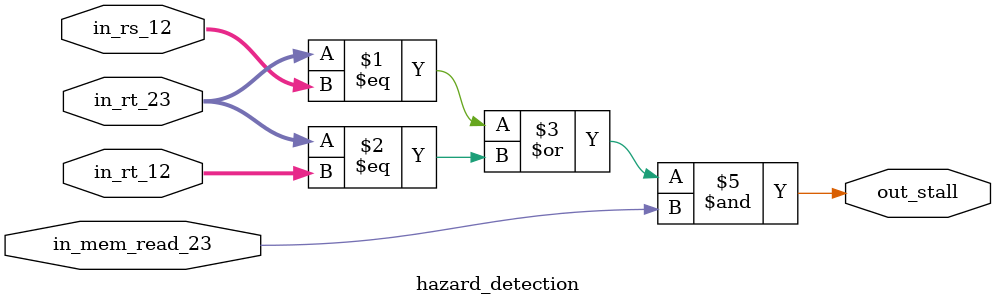
<source format=v>
`timescale 1ns / 1ps

`define NB_addr 5
`define NB_data 32
`define NB 32

module hazard_detection(
   in_rt_23,
   in_rt_12,
   in_rs_12,
   in_mem_read_23,
   out_stall
);

parameter NB_addr = `NB_addr;

input [NB_addr - 1 : 0] in_rt_23;
input [NB_addr - 1 : 0] in_rt_12;
input [NB_addr - 1 : 0] in_rs_12;
input in_mem_read_23;
output out_stall;
// output out_pc_write;
// output out_if_write;
// output out_mux_ctl;

// wire stall;

assign out_stall = ( (in_rt_23 == in_rs_12) | (in_rt_23 == in_rt_12) ) & (in_mem_read_23 == 1'b1);

// assign out_if_write ~= stall;
// assign out_pc_write ~= stall;
// assign out_mux_ctl  ~= stall;

endmodule
</source>
